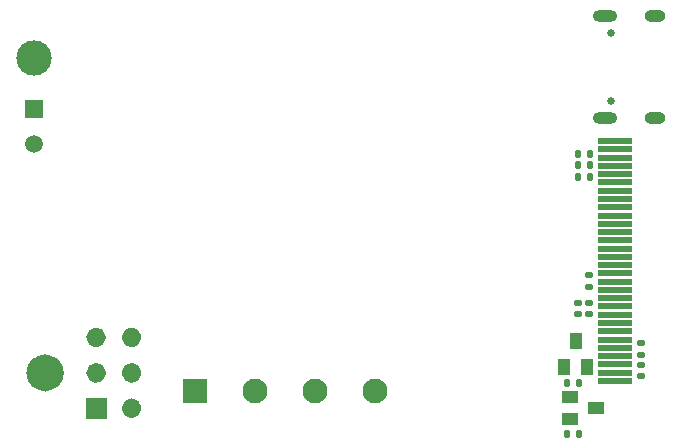
<source format=gbr>
%TF.GenerationSoftware,KiCad,Pcbnew,8.99.0-3334-g98ae574c78*%
%TF.CreationDate,2024-12-09T23:46:28-05:00*%
%TF.ProjectId,SmartPowerBoard,536d6172-7450-46f7-9765-72426f617264,rev?*%
%TF.SameCoordinates,Original*%
%TF.FileFunction,Soldermask,Bot*%
%TF.FilePolarity,Negative*%
%FSLAX46Y46*%
G04 Gerber Fmt 4.6, Leading zero omitted, Abs format (unit mm)*
G04 Created by KiCad (PCBNEW 8.99.0-3334-g98ae574c78) date 2024-12-09 23:46:28*
%MOMM*%
%LPD*%
G01*
G04 APERTURE LIST*
G04 Aperture macros list*
%AMRoundRect*
0 Rectangle with rounded corners*
0 $1 Rounding radius*
0 $2 $3 $4 $5 $6 $7 $8 $9 X,Y pos of 4 corners*
0 Add a 4 corners polygon primitive as box body*
4,1,4,$2,$3,$4,$5,$6,$7,$8,$9,$2,$3,0*
0 Add four circle primitives for the rounded corners*
1,1,$1+$1,$2,$3*
1,1,$1+$1,$4,$5*
1,1,$1+$1,$6,$7*
1,1,$1+$1,$8,$9*
0 Add four rect primitives between the rounded corners*
20,1,$1+$1,$2,$3,$4,$5,0*
20,1,$1+$1,$4,$5,$6,$7,0*
20,1,$1+$1,$6,$7,$8,$9,0*
20,1,$1+$1,$8,$9,$2,$3,0*%
G04 Aperture macros list end*
%ADD10C,1.576200*%
%ADD11C,0.836200*%
%ADD12C,0.010000*%
%ADD13C,3.000000*%
%ADD14R,2.100000X2.100000*%
%ADD15C,2.100000*%
%ADD16C,2.999999*%
%ADD17R,1.520000X1.520000*%
%ADD18C,1.520000*%
%ADD19C,0.650000*%
%ADD20O,2.100000X1.000000*%
%ADD21O,1.800000X1.000000*%
%ADD22RoundRect,0.140000X0.170000X-0.140000X0.170000X0.140000X-0.170000X0.140000X-0.170000X-0.140000X0*%
%ADD23R,3.000000X0.500000*%
%ADD24RoundRect,0.140000X-0.140000X-0.170000X0.140000X-0.170000X0.140000X0.170000X-0.140000X0.170000X0*%
%ADD25RoundRect,0.135000X-0.135000X-0.185000X0.135000X-0.185000X0.135000X0.185000X-0.135000X0.185000X0*%
%ADD26R,1.400000X1.000000*%
%ADD27R,1.000000X1.400000*%
%ADD28RoundRect,0.140000X-0.170000X0.140000X-0.170000X-0.140000X0.170000X-0.140000X0.170000X0.140000X0*%
%ADD29RoundRect,0.135000X0.185000X-0.135000X0.185000X0.135000X-0.185000X0.135000X-0.185000X-0.135000X0*%
G04 APERTURE END LIST*
D10*
%TO.C,J6*%
X138843100Y-102675000D02*
G75*
G02*
X137266900Y-102675000I-788100J0D01*
G01*
X137266900Y-102675000D02*
G75*
G02*
X138843100Y-102675000I788100J0D01*
G01*
D11*
X142793100Y-99675000D02*
G75*
G02*
X141956900Y-99675000I-418100J0D01*
G01*
X141956900Y-99675000D02*
G75*
G02*
X142793100Y-99675000I418100J0D01*
G01*
X142793100Y-102675000D02*
G75*
G02*
X141956900Y-102675000I-418100J0D01*
G01*
X141956900Y-102675000D02*
G75*
G02*
X142793100Y-102675000I418100J0D01*
G01*
X145793100Y-99675000D02*
G75*
G02*
X144956900Y-99675000I-418100J0D01*
G01*
X144956900Y-99675000D02*
G75*
G02*
X145793100Y-99675000I418100J0D01*
G01*
X145793100Y-102675000D02*
G75*
G02*
X144956900Y-102675000I-418100J0D01*
G01*
X144956900Y-102675000D02*
G75*
G02*
X145793100Y-102675000I418100J0D01*
G01*
X145793100Y-105675000D02*
G75*
G02*
X144956900Y-105675000I-418100J0D01*
G01*
X144956900Y-105675000D02*
G75*
G02*
X145793100Y-105675000I418100J0D01*
G01*
D12*
X143211200Y-106511200D02*
X141538800Y-106511200D01*
X141538800Y-104838800D01*
X143211200Y-104838800D01*
X143211200Y-106511200D01*
G36*
X143211200Y-106511200D02*
G01*
X141538800Y-106511200D01*
X141538800Y-104838800D01*
X143211200Y-104838800D01*
X143211200Y-106511200D01*
G37*
%TD*%
D13*
%TO.C,J6*%
X138055000Y-102675000D03*
%TD*%
D14*
%TO.C,J7*%
X150760000Y-104200000D03*
D15*
X155840000Y-104200000D03*
X160920000Y-104200000D03*
X166000000Y-104200000D03*
%TD*%
D16*
%TO.C,J1*%
X137110352Y-75980001D03*
D17*
X137110352Y-80300000D03*
D18*
X137110352Y-83299999D03*
%TD*%
D19*
%TO.C,J2*%
X185975000Y-79680000D03*
X185975000Y-73900000D03*
D20*
X185475000Y-81110000D03*
D21*
X189655000Y-81110000D03*
D20*
X185475000Y-72470000D03*
D21*
X189655000Y-72470000D03*
%TD*%
D22*
%TO.C,C52*%
X188515000Y-101120000D03*
X188515000Y-100160000D03*
%TD*%
D23*
%TO.C,U9*%
X186300000Y-103350000D03*
X186300000Y-102650000D03*
X186300000Y-101950000D03*
X186300000Y-101250000D03*
X186300000Y-100550000D03*
X186300000Y-99850000D03*
X186300000Y-99150000D03*
X186300000Y-98450000D03*
X186300000Y-97750000D03*
X186300000Y-97050000D03*
X186300000Y-96350000D03*
X186300000Y-95650000D03*
X186300000Y-94950000D03*
X186300000Y-94250000D03*
X186300000Y-93550000D03*
X186300000Y-92850000D03*
X186300000Y-92150000D03*
X186300000Y-91450000D03*
X186300000Y-90750000D03*
X186300000Y-90050000D03*
X186300000Y-89350000D03*
X186300000Y-88650000D03*
X186300000Y-87950000D03*
X186300000Y-87250000D03*
X186300000Y-86550000D03*
X186300000Y-85850000D03*
X186300000Y-85150000D03*
X186300000Y-84450000D03*
X186300000Y-83750000D03*
X186300000Y-83050000D03*
%TD*%
D24*
%TO.C,C50*%
X183190000Y-84140000D03*
X184150000Y-84140000D03*
%TD*%
D25*
%TO.C,R43*%
X183155000Y-86090000D03*
X184175000Y-86090000D03*
%TD*%
D26*
%TO.C,Q4*%
X182490000Y-106585000D03*
X182490000Y-104685000D03*
X184690000Y-105635000D03*
%TD*%
D24*
%TO.C,C49*%
X183210000Y-85115000D03*
X184170000Y-85115000D03*
%TD*%
D27*
%TO.C,Q1*%
X183915000Y-102215000D03*
X182015000Y-102215000D03*
X182965000Y-100015000D03*
%TD*%
D28*
%TO.C,C47*%
X183190000Y-96730000D03*
X183190000Y-97690000D03*
%TD*%
D25*
%TO.C,R42*%
X182280000Y-103515000D03*
X183300000Y-103515000D03*
%TD*%
D28*
%TO.C,C48*%
X184140000Y-96730000D03*
X184140000Y-97690000D03*
%TD*%
D22*
%TO.C,C51*%
X188515000Y-102970000D03*
X188515000Y-102010000D03*
%TD*%
D29*
%TO.C,R18*%
X184115000Y-95395000D03*
X184115000Y-94375000D03*
%TD*%
D25*
%TO.C,R44*%
X182205000Y-107810000D03*
X183225000Y-107810000D03*
%TD*%
M02*

</source>
